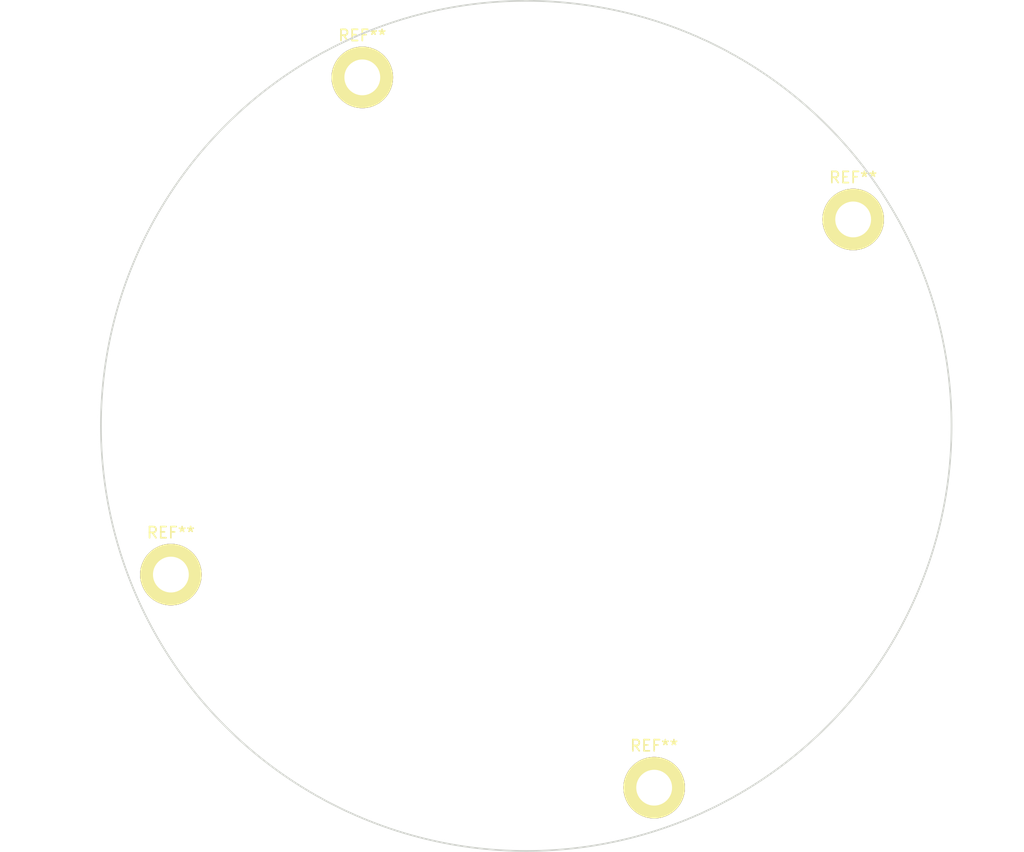
<source format=kicad_pcb>
(kicad_pcb (version 4) (host pcbnew 4.0.4+dfsg1-stable)

  (general
    (links 0)
    (no_connects 0)
    (area 102.907143 61.924999 194.552858 138.075001)
    (thickness 1.6)
    (drawings 1)
    (tracks 0)
    (zones 0)
    (modules 4)
    (nets 1)
  )

  (page A4)
  (layers
    (0 F.Cu signal)
    (31 B.Cu signal)
    (32 B.Adhes user)
    (33 F.Adhes user)
    (34 B.Paste user)
    (35 F.Paste user)
    (36 B.SilkS user)
    (37 F.SilkS user)
    (38 B.Mask user)
    (39 F.Mask user)
    (40 Dwgs.User user)
    (41 Cmts.User user)
    (42 Eco1.User user)
    (43 Eco2.User user)
    (44 Edge.Cuts user)
    (45 Margin user)
    (46 B.CrtYd user)
    (47 F.CrtYd user)
    (48 B.Fab user)
    (49 F.Fab user)
  )

  (setup
    (last_trace_width 0.25)
    (trace_clearance 0.2)
    (zone_clearance 0.508)
    (zone_45_only no)
    (trace_min 0.2)
    (segment_width 0.2)
    (edge_width 0.15)
    (via_size 0.6)
    (via_drill 0.4)
    (via_min_size 0.4)
    (via_min_drill 0.3)
    (uvia_size 0.3)
    (uvia_drill 0.1)
    (uvias_allowed no)
    (uvia_min_size 0.2)
    (uvia_min_drill 0.1)
    (pcb_text_width 0.3)
    (pcb_text_size 1.5 1.5)
    (mod_edge_width 0.15)
    (mod_text_size 1 1)
    (mod_text_width 0.15)
    (pad_size 5.5 5.5)
    (pad_drill 3.2)
    (pad_to_mask_clearance 0.2)
    (aux_axis_origin 0 0)
    (visible_elements FFFFFF7F)
    (pcbplotparams
      (layerselection 0x00030_80000001)
      (usegerberextensions false)
      (excludeedgelayer true)
      (linewidth 0.100000)
      (plotframeref false)
      (viasonmask false)
      (mode 1)
      (useauxorigin false)
      (hpglpennumber 1)
      (hpglpenspeed 20)
      (hpglpendiameter 15)
      (hpglpenoverlay 2)
      (psnegative false)
      (psa4output false)
      (plotreference true)
      (plotvalue true)
      (plotinvisibletext false)
      (padsonsilk false)
      (subtractmaskfromsilk false)
      (outputformat 1)
      (mirror false)
      (drillshape 1)
      (scaleselection 1)
      (outputdirectory ""))
  )

  (net 0 "")

  (net_class Default "This is the default net class."
    (clearance 0.2)
    (trace_width 0.25)
    (via_dia 0.6)
    (via_drill 0.4)
    (uvia_dia 0.3)
    (uvia_drill 0.1)
  )

  (module Mounting_Holes:MountingHole_3.2mm_M3_ISO14580_Pad (layer F.Cu) (tedit 56D1B4CB) (tstamp 58AB9BBB)
    (at 179.21 81.54267)
    (descr "Mounting Hole 3.2mm, M3, ISO14580")
    (tags "mounting hole 3.2mm m3 iso14580")
    (fp_text reference REF** (at 0 -3.75) (layer F.SilkS)
      (effects (font (size 1 1) (thickness 0.15)))
    )
    (fp_text value MountingHole_3.2mm_M3_ISO14580_Pad (at 0 3.75) (layer F.Fab)
      (effects (font (size 1 1) (thickness 0.15)))
    )
    (fp_circle (center 0 0) (end 2.75 0) (layer Cmts.User) (width 0.15))
    (fp_circle (center 0 0) (end 3 0) (layer F.CrtYd) (width 0.05))
    (pad 1 thru_hole circle (at 0 0) (size 5.5 5.5) (drill 3.2) (layers *.Cu *.Mask F.SilkS))
  )

  (module Mounting_Holes:MountingHole_3.2mm_M3_ISO14580_Pad (layer F.Cu) (tedit 56D1B4CB) (tstamp 58AB9B9F)
    (at 161.43 132.34267)
    (descr "Mounting Hole 3.2mm, M3, ISO14580")
    (tags "mounting hole 3.2mm m3 iso14580")
    (fp_text reference REF** (at 0 -3.75) (layer F.SilkS)
      (effects (font (size 1 1) (thickness 0.15)))
    )
    (fp_text value MountingHole_3.2mm_M3_ISO14580_Pad (at 0 3.75) (layer F.Fab)
      (effects (font (size 1 1) (thickness 0.15)))
    )
    (fp_circle (center 0 0) (end 2.75 0) (layer Cmts.User) (width 0.15))
    (fp_circle (center 0 0) (end 3 0) (layer F.CrtYd) (width 0.05))
    (pad 1 thru_hole circle (at 0 0) (size 5.5 5.5) (drill 3.2) (layers *.Cu *.Mask F.SilkS))
  )

  (module Mounting_Holes:MountingHole_3.2mm_M3_ISO14580_Pad (layer F.Cu) (tedit 56D1B4CB) (tstamp 58AB9B91)
    (at 118.25 113.29267)
    (descr "Mounting Hole 3.2mm, M3, ISO14580")
    (tags "mounting hole 3.2mm m3 iso14580")
    (fp_text reference REF** (at 0 -3.75) (layer F.SilkS)
      (effects (font (size 1 1) (thickness 0.15)))
    )
    (fp_text value MountingHole_3.2mm_M3_ISO14580_Pad (at 0 3.75) (layer F.Fab)
      (effects (font (size 1 1) (thickness 0.15)))
    )
    (fp_circle (center 0 0) (end 2.75 0) (layer Cmts.User) (width 0.15))
    (fp_circle (center 0 0) (end 3 0) (layer F.CrtYd) (width 0.05))
    (pad 1 thru_hole circle (at 0 0) (size 5.5 5.5) (drill 3.2) (layers *.Cu *.Mask F.SilkS))
  )

  (module Mounting_Holes:MountingHole_3.2mm_M3_ISO14580_Pad (layer F.Cu) (tedit 56D1B4CB) (tstamp 58AB9B4E)
    (at 135.35267 68.84267)
    (descr "Mounting Hole 3.2mm, M3, ISO14580")
    (tags "mounting hole 3.2mm m3 iso14580")
    (fp_text reference REF** (at 0 -3.75) (layer F.SilkS)
      (effects (font (size 1 1) (thickness 0.15)))
    )
    (fp_text value MountingHole_3.2mm_M3_ISO14580_Pad (at 0 3.75) (layer F.Fab)
      (effects (font (size 1 1) (thickness 0.15)))
    )
    (fp_circle (center 0 0) (end 2.75 0) (layer Cmts.User) (width 0.15))
    (fp_circle (center 0 0) (end 3 0) (layer F.CrtYd) (width 0.05))
    (pad 1 thru_hole circle (at 0 0) (size 5.5 5.5) (drill 3.2) (layers *.Cu *.Mask F.SilkS))
  )

  (gr_circle (center 150 100) (end 150 138) (layer Edge.Cuts) (width 0.15))

)

</source>
